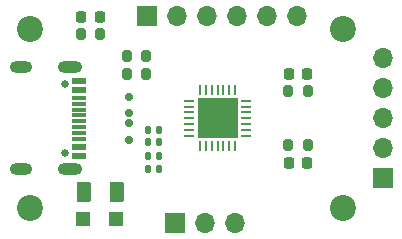
<source format=gts>
%TF.GenerationSoftware,KiCad,Pcbnew,8.0.6*%
%TF.CreationDate,2024-11-25T12:43:08+08:00*%
%TF.ProjectId,UINIO-USB-UART-CP2102,55494e49-4f2d-4555-9342-2d554152542d,Version 5.0.0*%
%TF.SameCoordinates,PX8203930PY518daf8*%
%TF.FileFunction,Soldermask,Top*%
%TF.FilePolarity,Negative*%
%FSLAX46Y46*%
G04 Gerber Fmt 4.6, Leading zero omitted, Abs format (unit mm)*
G04 Created by KiCad (PCBNEW 8.0.6) date 2024-11-25 12:43:08*
%MOMM*%
%LPD*%
G01*
G04 APERTURE LIST*
G04 Aperture macros list*
%AMRoundRect*
0 Rectangle with rounded corners*
0 $1 Rounding radius*
0 $2 $3 $4 $5 $6 $7 $8 $9 X,Y pos of 4 corners*
0 Add a 4 corners polygon primitive as box body*
4,1,4,$2,$3,$4,$5,$6,$7,$8,$9,$2,$3,0*
0 Add four circle primitives for the rounded corners*
1,1,$1+$1,$2,$3*
1,1,$1+$1,$4,$5*
1,1,$1+$1,$6,$7*
1,1,$1+$1,$8,$9*
0 Add four rect primitives between the rounded corners*
20,1,$1+$1,$2,$3,$4,$5,0*
20,1,$1+$1,$4,$5,$6,$7,0*
20,1,$1+$1,$6,$7,$8,$9,0*
20,1,$1+$1,$8,$9,$2,$3,0*%
G04 Aperture macros list end*
%ADD10RoundRect,0.250000X0.375000X0.625000X-0.375000X0.625000X-0.375000X-0.625000X0.375000X-0.625000X0*%
%ADD11R,1.200000X1.200000*%
%ADD12RoundRect,0.140000X0.140000X0.170000X-0.140000X0.170000X-0.140000X-0.170000X0.140000X-0.170000X0*%
%ADD13RoundRect,0.150000X0.200000X-0.150000X0.200000X0.150000X-0.200000X0.150000X-0.200000X-0.150000X0*%
%ADD14RoundRect,0.150000X-0.200000X0.150000X-0.200000X-0.150000X0.200000X-0.150000X0.200000X0.150000X0*%
%ADD15C,2.200000*%
%ADD16RoundRect,0.200000X0.200000X0.275000X-0.200000X0.275000X-0.200000X-0.275000X0.200000X-0.275000X0*%
%ADD17RoundRect,0.218750X0.218750X0.256250X-0.218750X0.256250X-0.218750X-0.256250X0.218750X-0.256250X0*%
%ADD18R,1.150000X0.300000*%
%ADD19R,1.150000X0.600000*%
%ADD20O,1.900000X1.000000*%
%ADD21O,2.100000X1.000000*%
%ADD22C,0.650000*%
%ADD23R,3.350000X3.350000*%
%ADD24R,0.280000X0.905000*%
%ADD25R,0.905000X0.280000*%
%ADD26O,1.700000X1.700000*%
%ADD27R,1.700000X1.700000*%
%ADD28RoundRect,0.200000X-0.200000X-0.275000X0.200000X-0.275000X0.200000X0.275000X-0.200000X0.275000X0*%
G04 APERTURE END LIST*
D10*
%TO.C,F1*%
X3820000Y-16420000D03*
X6620000Y-16420000D03*
%TD*%
D11*
%TO.C,D6*%
X6595000Y-18640000D03*
X3795000Y-18640000D03*
%TD*%
D12*
%TO.C,C4*%
X10240000Y-11150000D03*
X9280000Y-11150000D03*
%TD*%
%TO.C,C3*%
X9280000Y-12180000D03*
X10240000Y-12180000D03*
%TD*%
%TO.C,C2*%
X9280000Y-14410000D03*
X10240000Y-14410000D03*
%TD*%
%TO.C,C1*%
X9280000Y-13370000D03*
X10240000Y-13370000D03*
%TD*%
D13*
%TO.C,D5*%
X7630000Y-8320000D03*
X7630000Y-9720000D03*
%TD*%
D14*
%TO.C,D1*%
X7630000Y-11980000D03*
X7630000Y-10580000D03*
%TD*%
D15*
%TO.C,HOLE\u002A\u002A*%
X-700000Y-17700000D03*
%TD*%
%TO.C,HOLE\u002A\u002A*%
X-700000Y-2610000D03*
%TD*%
%TO.C,HOLE\u002A\u002A*%
X25790000Y-2610000D03*
%TD*%
%TO.C,HOLE\u002A\u002A*%
X25790000Y-17700000D03*
%TD*%
D16*
%TO.C,R8*%
X9125000Y-6360000D03*
X7475000Y-6360000D03*
%TD*%
%TO.C,R7*%
X9115000Y-4900000D03*
X7465000Y-4900000D03*
%TD*%
D17*
%TO.C,D2*%
X21182500Y-13920000D03*
X22757500Y-13920000D03*
%TD*%
D18*
%TO.C,USB2*%
X3462000Y-8400000D03*
X3462000Y-9400000D03*
X3462000Y-10900000D03*
X3462000Y-11900000D03*
D19*
X3462000Y-12550000D03*
X3462000Y-13350000D03*
D18*
X3462000Y-11400000D03*
X3462000Y-10400000D03*
X3462000Y-9900000D03*
X3462000Y-8900000D03*
D19*
X3462000Y-7750000D03*
X3462000Y-6950000D03*
D20*
X-1500000Y-14475000D03*
X-1500000Y-5825000D03*
D21*
X2700000Y-14475000D03*
X2700000Y-5825000D03*
D22*
X2200000Y-13040000D03*
X2200000Y-7260000D03*
%TD*%
D23*
%TO.C,U1*%
X15155680Y-10150000D03*
D24*
X13655680Y-7773000D03*
X14155680Y-7773000D03*
X14655680Y-7773000D03*
X15155680Y-7773000D03*
X15655680Y-7773000D03*
X16155680Y-7773000D03*
X16655680Y-7773000D03*
D25*
X17532680Y-8650000D03*
X17532680Y-9150000D03*
X17532680Y-9650000D03*
X17532680Y-10150000D03*
X17532680Y-10650000D03*
X17532680Y-11150000D03*
X17532680Y-11650000D03*
D24*
X16655680Y-12527000D03*
X16155680Y-12527000D03*
X15655680Y-12527000D03*
X15155680Y-12527000D03*
X14655680Y-12527000D03*
X14155680Y-12527000D03*
X13655680Y-12527000D03*
D25*
X12778680Y-11650000D03*
X12778680Y-11150000D03*
X12778680Y-10650000D03*
X12778680Y-10150000D03*
X12778680Y-9650000D03*
X12778680Y-9150000D03*
X12778680Y-8650000D03*
%TD*%
D26*
%TO.C,J2*%
X29128680Y-5065000D03*
X29128680Y-7605000D03*
X29128680Y-10145000D03*
X29128680Y-12685000D03*
D27*
X29128680Y-15225000D03*
%TD*%
D28*
%TO.C,R4*%
X3595000Y-3010000D03*
X5245000Y-3010000D03*
%TD*%
%TO.C,R3*%
X21145000Y-7850000D03*
X22795000Y-7850000D03*
%TD*%
D17*
%TO.C,D3*%
X21182500Y-6390000D03*
X22757500Y-6390000D03*
%TD*%
%TO.C,D4*%
X3632500Y-1545000D03*
X5207500Y-1545000D03*
%TD*%
D28*
%TO.C,R2*%
X22795000Y-12370000D03*
X21145000Y-12370000D03*
%TD*%
D27*
%TO.C,J3*%
X9198680Y-1470000D03*
D26*
X11738680Y-1470000D03*
X14278680Y-1470000D03*
X16818680Y-1470000D03*
X19358680Y-1470000D03*
X21898680Y-1470000D03*
%TD*%
D27*
%TO.C,J1*%
X11580000Y-19030000D03*
D26*
X14120000Y-19030000D03*
X16660000Y-19030000D03*
%TD*%
M02*

</source>
